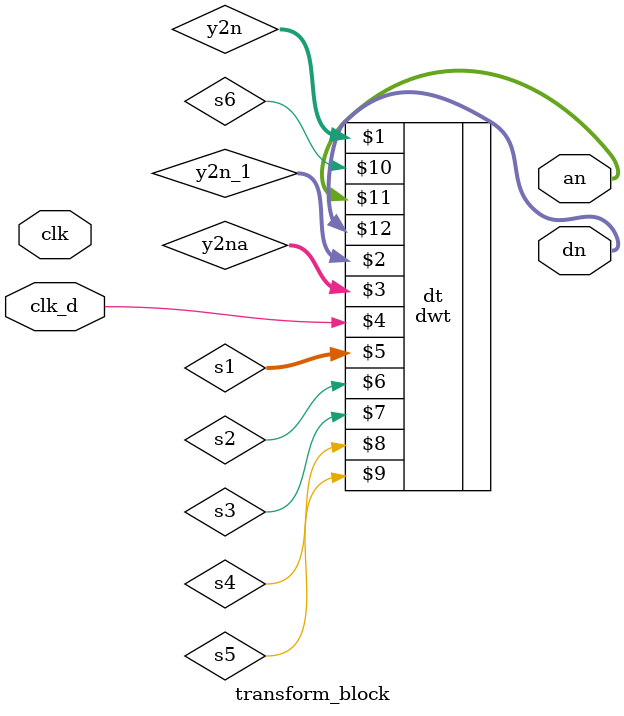
<source format=v>
`timescale 1ns / 1ps


module transform_block(clk,clk_d,an,dn);
    input clk,clk_d;
    output [31:0] an,dn;
    
    wire [31:0]y2n,y2n_1,y2na;
    wire [1:0] s1;
    wire s2,s3,s4,s5,s6;
    
    
    //address_unit au1(clk,y2n,y2n_1,y2na,s1,s2,s3,s4,s5,s6);
    dwt dt(y2n, y2n_1,y2na,clk_d,s1,s2,s3,s4,s5,s6,an,dn);
endmodule

</source>
